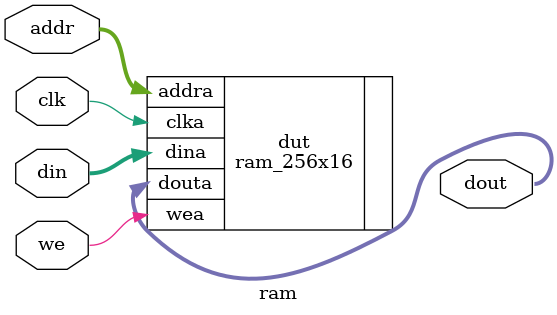
<source format=v>
`timescale 1ns / 1ps
 /*******************************************************************************
 * Author:   Steven Phan
 * Email:	 1anh21@gmail.com
 * Filename: ram.v
 * Date:     November 26, 2017
 * Version:  1.4
 * Purpose:  Module is the memory source that is 256 wide and 16 bits deep.
 *					
 * Notes:	 
 *******************************************************************************/
module ram(
    input clk,
    input we,
    input [7:0] addr,
    input [15:0] din,
    output [15:0] dout
    );
//----------- Begin Cut here for INSTANTIATION Template ---// INST_TAG
ram_256x16 dut(
  .clka(clk), // input clka
  .wea(we), // input [0 : 0] wea
  .addra(addr), // input [7 : 0] addra
  .dina(din), // input [15 : 0] dina
  .douta(dout) // output [15 : 0] douta
);
// INST_TAG_END ------ End INSTANTIATION Template ---------

endmodule

</source>
